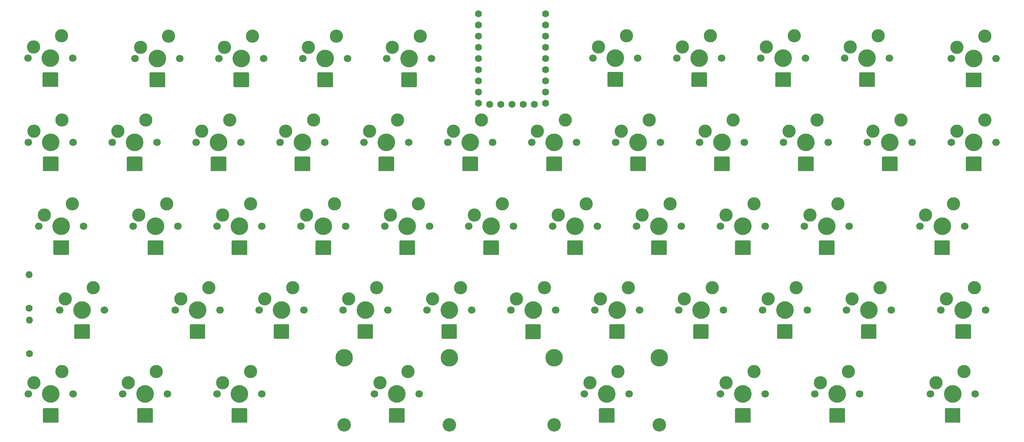
<source format=gbr>
G04 #@! TF.GenerationSoftware,KiCad,Pcbnew,(6.0.9)*
G04 #@! TF.CreationDate,2023-01-04T22:16:12+09:00*
G04 #@! TF.ProjectId,noraneko52r,6e6f7261-6e65-46b6-9f35-32722e6b6963,rev?*
G04 #@! TF.SameCoordinates,Original*
G04 #@! TF.FileFunction,Soldermask,Top*
G04 #@! TF.FilePolarity,Negative*
%FSLAX46Y46*%
G04 Gerber Fmt 4.6, Leading zero omitted, Abs format (unit mm)*
G04 Created by KiCad (PCBNEW (6.0.9)) date 2023-01-04 22:16:12*
%MOMM*%
%LPD*%
G01*
G04 APERTURE LIST*
%ADD10C,4.000000*%
%ADD11C,1.700000*%
%ADD12C,3.000000*%
%ADD13C,3.048000*%
%ADD14C,3.987800*%
%ADD15O,1.500000X3.300000*%
%ADD16O,0.300000X3.300000*%
%ADD17O,0.500000X3.300000*%
%ADD18O,3.500000X0.300000*%
%ADD19C,1.600000*%
%ADD20O,1.600000X1.600000*%
G04 APERTURE END LIST*
D10*
X279649500Y-99212500D03*
D11*
X274568418Y-99213239D03*
X284728418Y-99213239D03*
D12*
X282188418Y-94133239D03*
X275838418Y-96673239D03*
X301238418Y-94133239D03*
D10*
X298699500Y-99212500D03*
D11*
X303778418Y-99213239D03*
D12*
X294888418Y-96673239D03*
D11*
X293618418Y-99213239D03*
D12*
X185350918Y-58573239D03*
D10*
X189162000Y-61112500D03*
D11*
X194240918Y-61113239D03*
D12*
X191700918Y-56033239D03*
D11*
X184080918Y-61113239D03*
X141853418Y-80163239D03*
D12*
X132963418Y-77623239D03*
D10*
X136774500Y-80162500D03*
D11*
X131693418Y-80163239D03*
D12*
X139313418Y-75083239D03*
D10*
X270124500Y-118262500D03*
D12*
X272663418Y-113183239D03*
D11*
X275203418Y-118263239D03*
D12*
X266313418Y-115723239D03*
D11*
X265043418Y-118263239D03*
X145980918Y-61113239D03*
X156140918Y-61113239D03*
D12*
X147250918Y-58573239D03*
X153600918Y-56033239D03*
D10*
X151062000Y-61112500D03*
D11*
X118040918Y-118263239D03*
D10*
X112962000Y-118262500D03*
D12*
X109150918Y-115723239D03*
D11*
X107880918Y-118263239D03*
D12*
X115500918Y-113183239D03*
X313938918Y-115723239D03*
D11*
X322828918Y-118263239D03*
X312668918Y-118263239D03*
D12*
X320288918Y-113183239D03*
D10*
X317750000Y-118262500D03*
D11*
X315049418Y-99213239D03*
D10*
X320130500Y-99212500D03*
D12*
X316319418Y-96673239D03*
X322669418Y-94133239D03*
D11*
X325209418Y-99213239D03*
D10*
X155824500Y-80162500D03*
D12*
X158363418Y-75083239D03*
X152013418Y-77623239D03*
D11*
X160903418Y-80163239D03*
X150743418Y-80163239D03*
D12*
X194082418Y-113183239D03*
D11*
X186462418Y-118263239D03*
D13*
X179605500Y-125248239D03*
D10*
X191543500Y-118262500D03*
D11*
X196622418Y-118263239D03*
D14*
X203481500Y-110008239D03*
D12*
X187732418Y-115723239D03*
D13*
X203481500Y-125248239D03*
D14*
X179605500Y-110008239D03*
D11*
X246208918Y-41980739D03*
D12*
X243668918Y-36900739D03*
D11*
X236048918Y-41980739D03*
D10*
X241130000Y-41980000D03*
D12*
X237318918Y-39440739D03*
D10*
X265362000Y-61112500D03*
D11*
X270440918Y-61113239D03*
D12*
X261550918Y-58573239D03*
X267900918Y-56033239D03*
D11*
X260280918Y-61113239D03*
D10*
X146299500Y-99212500D03*
D12*
X142488418Y-96673239D03*
X148838418Y-94133239D03*
D11*
X141218418Y-99213239D03*
X151378418Y-99213239D03*
D10*
X279230000Y-41980000D03*
D11*
X274148918Y-41980739D03*
X284308918Y-41980739D03*
D12*
X275418918Y-39440739D03*
X281768918Y-36900739D03*
D11*
X298380918Y-61113239D03*
D12*
X299650918Y-58573239D03*
D10*
X303462000Y-61112500D03*
D11*
X308540918Y-61113239D03*
D12*
X306000918Y-56033239D03*
X237738418Y-96673239D03*
D11*
X246628418Y-99213239D03*
D10*
X241549500Y-99212500D03*
D11*
X236468418Y-99213239D03*
D12*
X244088418Y-94133239D03*
D10*
X322512000Y-61112500D03*
D11*
X327590918Y-61113239D03*
D12*
X318700918Y-58573239D03*
X325050918Y-56033239D03*
D11*
X317430918Y-61113239D03*
D12*
X158363418Y-113183239D03*
D10*
X155824500Y-118262500D03*
D11*
X150743418Y-118263239D03*
X160903418Y-118263239D03*
D12*
X152013418Y-115723239D03*
D11*
X241230918Y-61113239D03*
X251390918Y-61113239D03*
D12*
X248850918Y-56033239D03*
X242500918Y-58573239D03*
D10*
X246312000Y-61112500D03*
D11*
X217418418Y-99213239D03*
D12*
X225038418Y-94133239D03*
D11*
X227578418Y-99213239D03*
D10*
X222499500Y-99212500D03*
D12*
X218688418Y-96673239D03*
X133358918Y-39470739D03*
D11*
X132088918Y-42010739D03*
D10*
X137170000Y-42010000D03*
D11*
X142248918Y-42010739D03*
D12*
X139708918Y-36930739D03*
X204400918Y-58573239D03*
D10*
X208212000Y-61112500D03*
D11*
X213290918Y-61113239D03*
X203130918Y-61113239D03*
D12*
X210750918Y-56033239D03*
D10*
X120106000Y-99212500D03*
D11*
X115024918Y-99213239D03*
X125184918Y-99213239D03*
D12*
X116294918Y-96673239D03*
X122644918Y-94133239D03*
D11*
X320447418Y-80163239D03*
D12*
X317907418Y-75083239D03*
D11*
X310287418Y-80163239D03*
D10*
X315368500Y-80162500D03*
D12*
X311557418Y-77623239D03*
X134550918Y-56033239D03*
D11*
X126930918Y-61113239D03*
D12*
X128200918Y-58573239D03*
D11*
X137090918Y-61113239D03*
D10*
X132012000Y-61112500D03*
D11*
X118040918Y-61113239D03*
X107880918Y-61113239D03*
D12*
X109150918Y-58573239D03*
D10*
X112962000Y-61112500D03*
D12*
X115500918Y-56033239D03*
X161538418Y-96673239D03*
D11*
X170428418Y-99213239D03*
D12*
X167888418Y-94133239D03*
D10*
X165349500Y-99212500D03*
D11*
X160268418Y-99213239D03*
D10*
X156220000Y-42010000D03*
D11*
X151138918Y-42010739D03*
D12*
X152408918Y-39470739D03*
D11*
X161298918Y-42010739D03*
D12*
X158758918Y-36930739D03*
D10*
X112920000Y-41982500D03*
D11*
X117998918Y-41983239D03*
X107838918Y-41983239D03*
D12*
X109108918Y-39443239D03*
X115458918Y-36903239D03*
D10*
X270124500Y-80162500D03*
D11*
X275203418Y-80163239D03*
X265043418Y-80163239D03*
D12*
X272663418Y-75083239D03*
X266313418Y-77623239D03*
D11*
X189238918Y-42010739D03*
D12*
X190508918Y-39470739D03*
D11*
X199398918Y-42010739D03*
D12*
X196858918Y-36930739D03*
D10*
X194320000Y-42010000D03*
D11*
X317418918Y-42040739D03*
X327578918Y-42040739D03*
D12*
X318688918Y-39500739D03*
D10*
X322500000Y-42040000D03*
D12*
X325038918Y-36960739D03*
X223450918Y-58573239D03*
X229800918Y-56033239D03*
D11*
X232340918Y-61113239D03*
D10*
X227262000Y-61112500D03*
D11*
X222180918Y-61113239D03*
X110261918Y-80163239D03*
D12*
X117881918Y-75083239D03*
X111531918Y-77623239D03*
D11*
X120421918Y-80163239D03*
D10*
X115343000Y-80162500D03*
D11*
X265678418Y-99213239D03*
D12*
X263138418Y-94133239D03*
X256788418Y-96673239D03*
D10*
X260599500Y-99212500D03*
D11*
X255518418Y-99213239D03*
X265258918Y-41980739D03*
D10*
X260180000Y-41980000D03*
D12*
X256368918Y-39440739D03*
X262718918Y-36900739D03*
D11*
X255098918Y-41980739D03*
D12*
X300818918Y-36900739D03*
D11*
X303358918Y-41980739D03*
X293198918Y-41980739D03*
D12*
X294468918Y-39440739D03*
D10*
X298280000Y-41980000D03*
D12*
X280600918Y-58573239D03*
D11*
X279330918Y-61113239D03*
D12*
X286950918Y-56033239D03*
D10*
X284412000Y-61112500D03*
D11*
X289490918Y-61113239D03*
D12*
X234563418Y-75083239D03*
X228213418Y-77623239D03*
D11*
X226943418Y-80163239D03*
D10*
X232024500Y-80162500D03*
D11*
X237103418Y-80163239D03*
X256153418Y-80163239D03*
D12*
X247263418Y-77623239D03*
D11*
X245993418Y-80163239D03*
D12*
X253613418Y-75083239D03*
D10*
X251074500Y-80162500D03*
D12*
X130581918Y-115723239D03*
X136931918Y-113183239D03*
D11*
X139471918Y-118263239D03*
D10*
X134393000Y-118262500D03*
D11*
X129311918Y-118263239D03*
D10*
X212974500Y-80162500D03*
D11*
X218053418Y-80163239D03*
D12*
X215513418Y-75083239D03*
X209163418Y-77623239D03*
D11*
X207893418Y-80163239D03*
X180348918Y-42010739D03*
D10*
X175270000Y-42010000D03*
D12*
X177808918Y-36930739D03*
X171458918Y-39470739D03*
D11*
X170188918Y-42010739D03*
D12*
X205988418Y-94133239D03*
D11*
X208528418Y-99213239D03*
D10*
X203449500Y-99212500D03*
D11*
X198368418Y-99213239D03*
D12*
X199638418Y-96673239D03*
X294094418Y-113183239D03*
X287744418Y-115723239D03*
D10*
X291555500Y-118262500D03*
D11*
X286474418Y-118263239D03*
X296634418Y-118263239D03*
D10*
X193924500Y-80162500D03*
D12*
X190113418Y-77623239D03*
X196463418Y-75083239D03*
D11*
X199003418Y-80163239D03*
X188843418Y-80163239D03*
D12*
X186938418Y-94133239D03*
D11*
X189478418Y-99213239D03*
X179318418Y-99213239D03*
D12*
X180588418Y-96673239D03*
D10*
X184399500Y-99212500D03*
D11*
X244321518Y-118263239D03*
D12*
X241781518Y-113183239D03*
D13*
X251180600Y-125247500D03*
D10*
X239242600Y-118262500D03*
D12*
X235431518Y-115723239D03*
D13*
X227304600Y-125247500D03*
D14*
X227304600Y-110007500D03*
D11*
X234161518Y-118263239D03*
D14*
X251180600Y-110007500D03*
D11*
X169793418Y-80163239D03*
D12*
X177413418Y-75083239D03*
D11*
X179953418Y-80163239D03*
D10*
X174874500Y-80162500D03*
D12*
X171063418Y-77623239D03*
X291713418Y-75083239D03*
D11*
X294253418Y-80163239D03*
D10*
X289174500Y-80162500D03*
D11*
X284093418Y-80163239D03*
D12*
X285363418Y-77623239D03*
D11*
X175190918Y-61113239D03*
D12*
X172650918Y-56033239D03*
D10*
X170112000Y-61112500D03*
D11*
X165030918Y-61113239D03*
D12*
X166300918Y-58573239D03*
D15*
X155510000Y-46867500D03*
D16*
X157810000Y-46867500D03*
X154610000Y-46867500D03*
D15*
X156460000Y-46867500D03*
D17*
X154885000Y-46867500D03*
D15*
X156885000Y-46867500D03*
D17*
X157535000Y-46867500D03*
D18*
X156210000Y-45367500D03*
X156210000Y-48367500D03*
D15*
X137014500Y-85020000D03*
X136064500Y-85020000D03*
D17*
X138089500Y-85020000D03*
D18*
X136764500Y-86520000D03*
D17*
X135439500Y-85020000D03*
D16*
X138364500Y-85020000D03*
D15*
X137439500Y-85020000D03*
D16*
X135164500Y-85020000D03*
D18*
X136764500Y-83520000D03*
X239232600Y-124620000D03*
D15*
X239907600Y-123120000D03*
D18*
X239232600Y-121620000D03*
D17*
X237907600Y-123120000D03*
D15*
X238532600Y-123120000D03*
D16*
X240832600Y-123120000D03*
D15*
X239482600Y-123120000D03*
D16*
X237632600Y-123120000D03*
D17*
X240557600Y-123120000D03*
D15*
X166014500Y-104070000D03*
X164639500Y-104070000D03*
D16*
X166939500Y-104070000D03*
D17*
X166664500Y-104070000D03*
D15*
X165589500Y-104070000D03*
D18*
X165339500Y-102570000D03*
D17*
X164014500Y-104070000D03*
D16*
X163739500Y-104070000D03*
D18*
X165339500Y-105570000D03*
X112952000Y-64470000D03*
X112952000Y-67470000D03*
D15*
X113627000Y-65970000D03*
D17*
X111627000Y-65970000D03*
D16*
X114552000Y-65970000D03*
D15*
X112252000Y-65970000D03*
X113202000Y-65970000D03*
D16*
X111352000Y-65970000D03*
D17*
X114277000Y-65970000D03*
D15*
X317040000Y-123120000D03*
D16*
X319340000Y-123120000D03*
D15*
X317990000Y-123120000D03*
D17*
X316415000Y-123120000D03*
D15*
X318415000Y-123120000D03*
D16*
X316140000Y-123120000D03*
D18*
X317740000Y-121620000D03*
X317740000Y-124620000D03*
D17*
X319065000Y-123120000D03*
D15*
X120771000Y-104070000D03*
D17*
X118771000Y-104070000D03*
D16*
X121696000Y-104070000D03*
D15*
X119396000Y-104070000D03*
D18*
X120096000Y-102570000D03*
D15*
X120346000Y-104070000D03*
D16*
X118496000Y-104070000D03*
D18*
X120096000Y-105570000D03*
D17*
X121421000Y-104070000D03*
X113985000Y-85000000D03*
D16*
X113710000Y-85000000D03*
D18*
X115310000Y-83500000D03*
X115310000Y-86500000D03*
D15*
X114610000Y-85000000D03*
D16*
X116910000Y-85000000D03*
D15*
X115560000Y-85000000D03*
D17*
X116635000Y-85000000D03*
D15*
X115985000Y-85000000D03*
X146964500Y-104070000D03*
D17*
X144964500Y-104070000D03*
D18*
X146289500Y-102570000D03*
D16*
X147889500Y-104070000D03*
D15*
X146539500Y-104070000D03*
D17*
X147614500Y-104070000D03*
D15*
X145589500Y-104070000D03*
D18*
X146289500Y-105570000D03*
D16*
X144689500Y-104070000D03*
X268514500Y-85020000D03*
D15*
X270364500Y-85020000D03*
X270789500Y-85020000D03*
D17*
X268789500Y-85020000D03*
D16*
X271714500Y-85020000D03*
D17*
X271439500Y-85020000D03*
D18*
X270114500Y-86520000D03*
D15*
X269414500Y-85020000D03*
D18*
X270114500Y-83520000D03*
D15*
X113585000Y-46840000D03*
D18*
X112910000Y-48340000D03*
D16*
X111310000Y-46840000D03*
D18*
X112910000Y-45340000D03*
D15*
X112210000Y-46840000D03*
X113160000Y-46840000D03*
D17*
X111585000Y-46840000D03*
D16*
X114510000Y-46840000D03*
D17*
X114235000Y-46840000D03*
D15*
X297570000Y-46837500D03*
D16*
X299870000Y-46837500D03*
D18*
X298270000Y-48337500D03*
D15*
X298520000Y-46837500D03*
D17*
X299595000Y-46837500D03*
D16*
X296670000Y-46837500D03*
D15*
X298945000Y-46837500D03*
D17*
X296945000Y-46837500D03*
D18*
X298270000Y-45337500D03*
D16*
X262189500Y-104070000D03*
D17*
X259264500Y-104070000D03*
D15*
X260839500Y-104070000D03*
D16*
X258989500Y-104070000D03*
D18*
X260589500Y-105570000D03*
D15*
X259889500Y-104070000D03*
X261264500Y-104070000D03*
D18*
X260589500Y-102570000D03*
D17*
X261914500Y-104070000D03*
D15*
X194560000Y-46867500D03*
X194985000Y-46867500D03*
D16*
X195910000Y-46867500D03*
D18*
X194310000Y-48367500D03*
D17*
X192985000Y-46867500D03*
D18*
X194310000Y-45367500D03*
D16*
X192710000Y-46867500D03*
D17*
X195635000Y-46867500D03*
D15*
X193610000Y-46867500D03*
X227927000Y-65970000D03*
D18*
X227252000Y-67470000D03*
D17*
X228577000Y-65970000D03*
D15*
X227502000Y-65970000D03*
D16*
X225652000Y-65970000D03*
X228852000Y-65970000D03*
D15*
X226552000Y-65970000D03*
D18*
X227252000Y-64470000D03*
D17*
X225927000Y-65970000D03*
X135835000Y-46867500D03*
D18*
X137160000Y-45367500D03*
D15*
X137410000Y-46867500D03*
D18*
X137160000Y-48367500D03*
D15*
X136460000Y-46867500D03*
D16*
X135560000Y-46867500D03*
D15*
X137835000Y-46867500D03*
D17*
X138485000Y-46867500D03*
D16*
X138760000Y-46867500D03*
X130402000Y-65970000D03*
D18*
X132002000Y-67470000D03*
D17*
X130677000Y-65970000D03*
D15*
X131302000Y-65970000D03*
X132252000Y-65970000D03*
D16*
X133602000Y-65970000D03*
D15*
X132677000Y-65970000D03*
D17*
X133327000Y-65970000D03*
D18*
X132002000Y-64470000D03*
D15*
X221775000Y-104090000D03*
D18*
X222475000Y-105590000D03*
X222475000Y-102590000D03*
D17*
X223800000Y-104090000D03*
X221150000Y-104090000D03*
D16*
X224075000Y-104090000D03*
X220875000Y-104090000D03*
D15*
X223150000Y-104090000D03*
X222725000Y-104090000D03*
D17*
X239845000Y-46800000D03*
D16*
X239570000Y-46800000D03*
D15*
X241845000Y-46800000D03*
X240470000Y-46800000D03*
X241420000Y-46800000D03*
D16*
X242770000Y-46800000D03*
D18*
X241170000Y-48300000D03*
D17*
X242495000Y-46800000D03*
D18*
X241170000Y-45300000D03*
D19*
X108050000Y-98780000D03*
D20*
X108050000Y-91160000D03*
D17*
X292870500Y-123120000D03*
D15*
X292220500Y-123120000D03*
X291795500Y-123120000D03*
X290845500Y-123120000D03*
D18*
X291545500Y-124620000D03*
D16*
X289945500Y-123120000D03*
D17*
X290220500Y-123120000D03*
D16*
X293145500Y-123120000D03*
D18*
X291545500Y-121620000D03*
D15*
X269414500Y-123120000D03*
D18*
X270114500Y-121620000D03*
D16*
X268514500Y-123120000D03*
D15*
X270789500Y-123120000D03*
D18*
X270114500Y-124620000D03*
D17*
X268789500Y-123120000D03*
D16*
X271714500Y-123120000D03*
D15*
X270364500Y-123120000D03*
D17*
X271439500Y-123120000D03*
X252389500Y-85020000D03*
D18*
X251064500Y-86520000D03*
D15*
X251314500Y-85020000D03*
D18*
X251064500Y-83520000D03*
D15*
X251739500Y-85020000D03*
D17*
X249739500Y-85020000D03*
D16*
X249464500Y-85020000D03*
D15*
X250364500Y-85020000D03*
D16*
X252664500Y-85020000D03*
D18*
X265352000Y-67470000D03*
X265352000Y-64470000D03*
D17*
X266677000Y-65970000D03*
D15*
X266027000Y-65970000D03*
D16*
X263752000Y-65970000D03*
X266952000Y-65970000D03*
D15*
X264652000Y-65970000D03*
D17*
X264027000Y-65970000D03*
D15*
X265602000Y-65970000D03*
D17*
X323815000Y-46897500D03*
D18*
X322490000Y-48397500D03*
D15*
X322740000Y-46897500D03*
D17*
X321165000Y-46897500D03*
D15*
X321790000Y-46897500D03*
X323165000Y-46897500D03*
D18*
X322490000Y-45397500D03*
D16*
X324090000Y-46897500D03*
X320890000Y-46897500D03*
D17*
X318795500Y-104070000D03*
D18*
X320120500Y-102570000D03*
D15*
X319420500Y-104070000D03*
D16*
X321720500Y-104070000D03*
D15*
X320370500Y-104070000D03*
D17*
X321445500Y-104070000D03*
D18*
X320120500Y-105570000D03*
D16*
X318520500Y-104070000D03*
D15*
X320795500Y-104070000D03*
X175935000Y-46867500D03*
D18*
X175260000Y-45367500D03*
X175260000Y-48367500D03*
D17*
X173935000Y-46867500D03*
D16*
X173660000Y-46867500D03*
D15*
X175510000Y-46867500D03*
D17*
X176585000Y-46867500D03*
D16*
X176860000Y-46867500D03*
D15*
X174560000Y-46867500D03*
X231314500Y-85020000D03*
D16*
X230414500Y-85020000D03*
X233614500Y-85020000D03*
D18*
X232014500Y-83520000D03*
D17*
X233339500Y-85020000D03*
X230689500Y-85020000D03*
D15*
X232689500Y-85020000D03*
D18*
X232014500Y-86520000D03*
D15*
X232264500Y-85020000D03*
D17*
X204764500Y-104070000D03*
D15*
X204114500Y-104070000D03*
D16*
X205039500Y-104070000D03*
X201839500Y-104070000D03*
D15*
X203689500Y-104070000D03*
X202739500Y-104070000D03*
D18*
X203439500Y-105570000D03*
X203439500Y-102570000D03*
D17*
X202114500Y-104070000D03*
D15*
X193214500Y-85020000D03*
X194589500Y-85020000D03*
D17*
X195239500Y-85020000D03*
D15*
X194164500Y-85020000D03*
D18*
X193914500Y-86520000D03*
D16*
X192314500Y-85020000D03*
X195514500Y-85020000D03*
D18*
X193914500Y-83520000D03*
D17*
X192589500Y-85020000D03*
D16*
X301852000Y-65970000D03*
D17*
X302127000Y-65970000D03*
D15*
X303702000Y-65970000D03*
D17*
X304777000Y-65970000D03*
D15*
X302752000Y-65970000D03*
D16*
X305052000Y-65970000D03*
D18*
X303452000Y-64470000D03*
D15*
X304127000Y-65970000D03*
D18*
X303452000Y-67470000D03*
X241539500Y-105570000D03*
D16*
X239939500Y-104070000D03*
X243139500Y-104070000D03*
D17*
X240214500Y-104070000D03*
X242864500Y-104070000D03*
D15*
X241789500Y-104070000D03*
D18*
X241539500Y-102570000D03*
D15*
X240839500Y-104070000D03*
X242214500Y-104070000D03*
D16*
X211364500Y-85020000D03*
X214564500Y-85020000D03*
D15*
X213214500Y-85020000D03*
D17*
X211639500Y-85020000D03*
D15*
X212264500Y-85020000D03*
X213639500Y-85020000D03*
D18*
X212964500Y-83520000D03*
X212964500Y-86520000D03*
D17*
X214289500Y-85020000D03*
D15*
X288464500Y-85020000D03*
D17*
X290489500Y-85020000D03*
D16*
X290764500Y-85020000D03*
D15*
X289414500Y-85020000D03*
D17*
X287839500Y-85020000D03*
D18*
X289164500Y-86520000D03*
X289164500Y-83520000D03*
D16*
X287564500Y-85020000D03*
D15*
X289839500Y-85020000D03*
D16*
X320902000Y-65970000D03*
D17*
X323827000Y-65970000D03*
D15*
X323177000Y-65970000D03*
D18*
X322502000Y-67470000D03*
D15*
X322752000Y-65970000D03*
D18*
X322502000Y-64470000D03*
D17*
X321177000Y-65970000D03*
D16*
X324102000Y-65970000D03*
D15*
X321802000Y-65970000D03*
D17*
X300014500Y-104070000D03*
D15*
X298939500Y-104070000D03*
X299364500Y-104070000D03*
D16*
X300289500Y-104070000D03*
D18*
X298689500Y-102570000D03*
D15*
X297989500Y-104070000D03*
D18*
X298689500Y-105570000D03*
D17*
X297364500Y-104070000D03*
D16*
X297089500Y-104070000D03*
X209802000Y-65970000D03*
D18*
X208202000Y-64470000D03*
D16*
X206602000Y-65970000D03*
D18*
X208202000Y-67470000D03*
D15*
X208877000Y-65970000D03*
X208452000Y-65970000D03*
D17*
X206877000Y-65970000D03*
X209527000Y-65970000D03*
D15*
X207502000Y-65970000D03*
D18*
X284402000Y-67470000D03*
D15*
X283702000Y-65970000D03*
D17*
X285727000Y-65970000D03*
D18*
X284402000Y-64470000D03*
D15*
X285077000Y-65970000D03*
D16*
X286002000Y-65970000D03*
D15*
X284652000Y-65970000D03*
D17*
X283077000Y-65970000D03*
D16*
X282802000Y-65970000D03*
D15*
X190833500Y-123120000D03*
D16*
X193133500Y-123120000D03*
D18*
X191533500Y-121620000D03*
D17*
X192858500Y-123120000D03*
D18*
X191533500Y-124620000D03*
D17*
X190208500Y-123120000D03*
D15*
X191783500Y-123120000D03*
X192208500Y-123120000D03*
D16*
X189933500Y-123120000D03*
X171702000Y-65970000D03*
D17*
X171427000Y-65970000D03*
D15*
X170352000Y-65970000D03*
X170777000Y-65970000D03*
D17*
X168777000Y-65970000D03*
D16*
X168502000Y-65970000D03*
D18*
X170102000Y-67470000D03*
X170102000Y-64470000D03*
D15*
X169402000Y-65970000D03*
X315608500Y-85020000D03*
D17*
X314033500Y-85020000D03*
D18*
X315358500Y-83520000D03*
D15*
X314658500Y-85020000D03*
X316033500Y-85020000D03*
D18*
X315358500Y-86520000D03*
D16*
X316958500Y-85020000D03*
D17*
X316683500Y-85020000D03*
D16*
X313758500Y-85020000D03*
X154214500Y-85020000D03*
D17*
X154489500Y-85020000D03*
D15*
X155114500Y-85020000D03*
D18*
X155814500Y-83520000D03*
X155814500Y-86520000D03*
D15*
X156064500Y-85020000D03*
X156489500Y-85020000D03*
D17*
X157139500Y-85020000D03*
D16*
X157414500Y-85020000D03*
D15*
X156489500Y-123120000D03*
D18*
X155814500Y-121620000D03*
D17*
X154489500Y-123120000D03*
D16*
X154214500Y-123120000D03*
D17*
X157139500Y-123120000D03*
D15*
X156064500Y-123120000D03*
D16*
X157414500Y-123120000D03*
D18*
X155814500Y-124620000D03*
D15*
X155114500Y-123120000D03*
X151727000Y-65970000D03*
D18*
X151052000Y-64470000D03*
D15*
X151302000Y-65970000D03*
D16*
X152652000Y-65970000D03*
X149452000Y-65970000D03*
D15*
X150352000Y-65970000D03*
D17*
X149727000Y-65970000D03*
X152377000Y-65970000D03*
D18*
X151052000Y-67470000D03*
D17*
X261495000Y-46837500D03*
D15*
X260420000Y-46837500D03*
D18*
X260170000Y-48337500D03*
D16*
X258570000Y-46837500D03*
D17*
X258845000Y-46837500D03*
D18*
X260170000Y-45337500D03*
D16*
X261770000Y-46837500D03*
D15*
X260845000Y-46837500D03*
X259470000Y-46837500D03*
D16*
X247902000Y-65970000D03*
D17*
X247627000Y-65970000D03*
X244977000Y-65970000D03*
D18*
X246302000Y-64470000D03*
D15*
X246977000Y-65970000D03*
X246552000Y-65970000D03*
D16*
X244702000Y-65970000D03*
D15*
X245602000Y-65970000D03*
D18*
X246302000Y-67470000D03*
X279220000Y-48337500D03*
D15*
X279895000Y-46837500D03*
D17*
X277895000Y-46837500D03*
D18*
X279220000Y-45337500D03*
D15*
X278520000Y-46837500D03*
D16*
X280820000Y-46837500D03*
X277620000Y-46837500D03*
D15*
X279470000Y-46837500D03*
D17*
X280545000Y-46837500D03*
X135708000Y-123120000D03*
D18*
X134383000Y-124620000D03*
D15*
X134633000Y-123120000D03*
D16*
X132783000Y-123120000D03*
D15*
X133683000Y-123120000D03*
D16*
X135983000Y-123120000D03*
D15*
X135058000Y-123120000D03*
D18*
X134383000Y-121620000D03*
D17*
X133058000Y-123120000D03*
D15*
X112252000Y-123120000D03*
D18*
X112952000Y-121620000D03*
D16*
X111352000Y-123120000D03*
D17*
X111627000Y-123120000D03*
D18*
X112952000Y-124620000D03*
D16*
X114552000Y-123120000D03*
D15*
X113627000Y-123120000D03*
D17*
X114277000Y-123120000D03*
D15*
X113202000Y-123120000D03*
D18*
X279639500Y-102570000D03*
D17*
X280964500Y-104070000D03*
D15*
X280314500Y-104070000D03*
X279889500Y-104070000D03*
X278939500Y-104070000D03*
D16*
X278039500Y-104070000D03*
D17*
X278314500Y-104070000D03*
D16*
X281239500Y-104070000D03*
D18*
X279639500Y-105570000D03*
D15*
X185064500Y-104070000D03*
X184639500Y-104070000D03*
D17*
X183064500Y-104070000D03*
X185714500Y-104070000D03*
D18*
X184389500Y-105570000D03*
D15*
X183689500Y-104070000D03*
D16*
X182789500Y-104070000D03*
X185989500Y-104070000D03*
D18*
X184389500Y-102570000D03*
D19*
X210110000Y-31900000D03*
X210110000Y-34440000D03*
X210110000Y-36980000D03*
X210110000Y-39520000D03*
X210110000Y-42060000D03*
X210110000Y-44600000D03*
X210110000Y-47140000D03*
X210110000Y-49680000D03*
X210110000Y-52220000D03*
X212650000Y-52430000D03*
X215190000Y-52430000D03*
X217730000Y-52430000D03*
X220270000Y-52430000D03*
X222810000Y-52430000D03*
X225350000Y-52220000D03*
X225350000Y-49680000D03*
X225350000Y-47140000D03*
X225350000Y-44600000D03*
X225350000Y-42060000D03*
X225350000Y-39520000D03*
X225350000Y-36980000D03*
X225350000Y-34440000D03*
X225350000Y-31900000D03*
X108120000Y-109100000D03*
D20*
X108120000Y-101480000D03*
D15*
X189827000Y-65970000D03*
D16*
X190752000Y-65970000D03*
D18*
X189152000Y-67470000D03*
D17*
X187827000Y-65970000D03*
D15*
X188452000Y-65970000D03*
D16*
X187552000Y-65970000D03*
D17*
X190477000Y-65970000D03*
D15*
X189402000Y-65970000D03*
D18*
X189152000Y-64470000D03*
D17*
X173539500Y-85020000D03*
D15*
X175114500Y-85020000D03*
D16*
X176464500Y-85020000D03*
D15*
X175539500Y-85020000D03*
D16*
X173264500Y-85020000D03*
D17*
X176189500Y-85020000D03*
D18*
X174864500Y-83520000D03*
D15*
X174164500Y-85020000D03*
D18*
X174864500Y-86520000D03*
M02*

</source>
